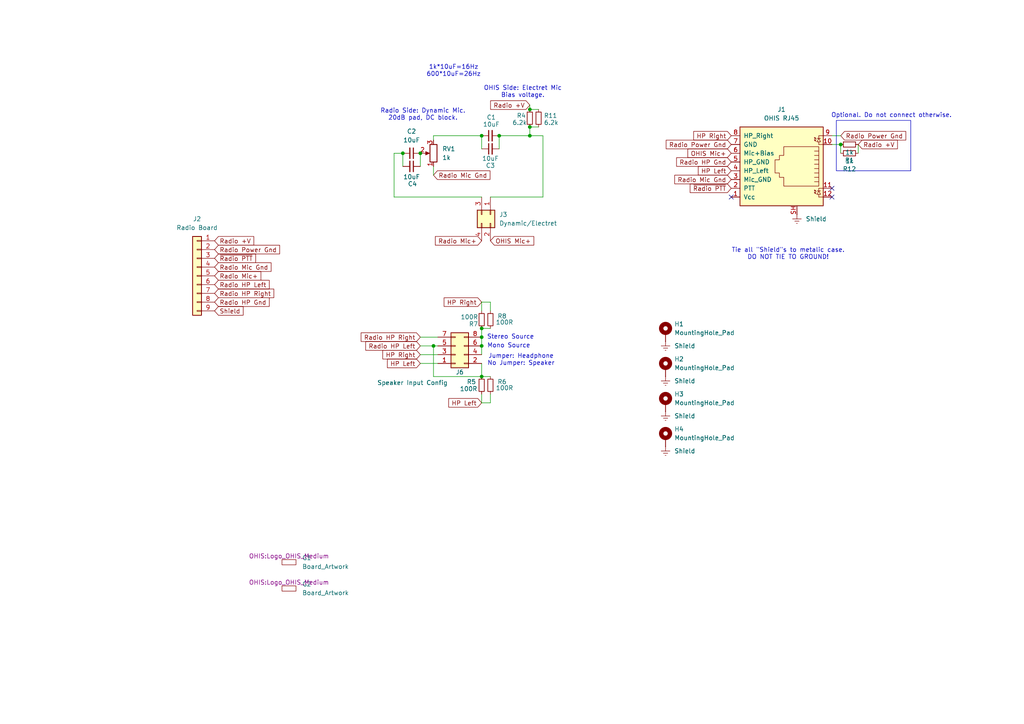
<source format=kicad_sch>
(kicad_sch (version 20231120) (generator "eeschema") (generator_version "8.0")
  (paper "A4")
  (lib_symbols
    (symbol "Connector_Generic:Conn_01x09" (pin_names (offset 1.016) hide)
      (property "Reference" "J" (at 0 12.7 0))
      (property "Value" "Conn_01x09" (at 0 -12.7 0))
      (symbol "Conn_01x09_1_1"
        (rectangle (start -1.27 -10.033) (end 0 -10.287) (stroke (width 0.1524)))
        (rectangle (start -1.27 -7.493) (end 0 -7.747) (stroke (width 0.1524)))
        (rectangle (start -1.27 -4.953) (end 0 -5.207) (stroke (width 0.1524)))
        (rectangle (start -1.27 -2.413) (end 0 -2.667) (stroke (width 0.1524)))
        (rectangle (start -1.27 0.127) (end 0 -0.127) (stroke (width 0.1524)))
        (rectangle (start -1.27 2.667) (end 0 2.413) (stroke (width 0.1524)))
        (rectangle (start -1.27 5.207) (end 0 4.953) (stroke (width 0.1524)))
        (rectangle (start -1.27 7.747) (end 0 7.493) (stroke (width 0.1524)))
        (rectangle (start -1.27 10.287) (end 0 10.033) (stroke (width 0.1524)))
        (rectangle (start -1.27 11.43) (end 1.27 -11.43) (stroke (width 0.254)) (fill (type background)))
        (pin passive line (at -5.08 10.16 0) (length 3.81) (name "Pin_1") (number "1"))
        (pin passive line (at -5.08 7.62 0) (length 3.81) (name "Pin_2") (number "2"))
        (pin passive line (at -5.08 5.08 0) (length 3.81) (name "Pin_3") (number "3"))
        (pin passive line (at -5.08 2.54 0) (length 3.81) (name "Pin_4") (number "4"))
        (pin passive line (at -5.08 0 0) (length 3.81) (name "Pin_5") (number "5"))
        (pin passive line (at -5.08 -2.54 0) (length 3.81) (name "Pin_6") (number "6"))
        (pin passive line (at -5.08 -5.08 0) (length 3.81) (name "Pin_7") (number "7"))
        (pin passive line (at -5.08 -7.62 0) (length 3.81) (name "Pin_8") (number "8"))
        (pin passive line (at -5.08 -10.16 0) (length 3.81) (name "Pin_9") (number "9"))
      )
    )
    (symbol "Connector_Generic:Conn_02x02_Odd_Even" (pin_names (offset 1.016) hide)
      (property "Reference" "J" (at 1.27 2.54 0))
      (property "Value" "Conn_02x02_Odd_Even" (at 1.27 -5.08 0))
      (symbol "Conn_02x02_Odd_Even_1_1"
        (rectangle (start -1.27 -2.413) (end 0 -2.667) (stroke (width 0.1524)))
        (rectangle (start -1.27 0.127) (end 0 -0.127) (stroke (width 0.1524)))
        (rectangle (start -1.27 1.27) (end 3.81 -3.81) (stroke (width 0.254)) (fill (type background)))
        (rectangle (start 3.81 -2.413) (end 2.54 -2.667) (stroke (width 0.1524)))
        (rectangle (start 3.81 0.127) (end 2.54 -0.127) (stroke (width 0.1524)))
        (pin passive line (at -5.08 0 0) (length 3.81) (name "Pin_1") (number "1"))
        (pin passive line (at 7.62 0 180) (length 3.81) (name "Pin_2") (number "2"))
        (pin passive line (at -5.08 -2.54 0) (length 3.81) (name "Pin_3") (number "3"))
        (pin passive line (at 7.62 -2.54 180) (length 3.81) (name "Pin_4") (number "4"))
      )
    )
    (symbol "Connector_Generic:Conn_02x04_Odd_Even" (pin_names (offset 1.016) hide)
      (property "Reference" "J" (at 1.27 5.08 0))
      (property "Value" "Conn_02x04_Odd_Even" (at 1.27 -7.62 0))
      (symbol "Conn_02x04_Odd_Even_1_1"
        (rectangle (start -1.27 -4.953) (end 0 -5.207) (stroke (width 0.1524)))
        (rectangle (start -1.27 -2.413) (end 0 -2.667) (stroke (width 0.1524)))
        (rectangle (start -1.27 0.127) (end 0 -0.127) (stroke (width 0.1524)))
        (rectangle (start -1.27 2.667) (end 0 2.413) (stroke (width 0.1524)))
        (rectangle (start -1.27 3.81) (end 3.81 -6.35) (stroke (width 0.254)) (fill (type background)))
        (rectangle (start 3.81 -4.953) (end 2.54 -5.207) (stroke (width 0.1524)))
        (rectangle (start 3.81 -2.413) (end 2.54 -2.667) (stroke (width 0.1524)))
        (rectangle (start 3.81 0.127) (end 2.54 -0.127) (stroke (width 0.1524)))
        (rectangle (start 3.81 2.667) (end 2.54 2.413) (stroke (width 0.1524)))
        (pin passive line (at -5.08 2.54 0) (length 3.81) (name "Pin_1") (number "1"))
        (pin passive line (at 7.62 2.54 180) (length 3.81) (name "Pin_2") (number "2"))
        (pin passive line (at -5.08 0 0) (length 3.81) (name "Pin_3") (number "3"))
        (pin passive line (at 7.62 0 180) (length 3.81) (name "Pin_4") (number "4"))
        (pin passive line (at -5.08 -2.54 0) (length 3.81) (name "Pin_5") (number "5"))
        (pin passive line (at 7.62 -2.54 180) (length 3.81) (name "Pin_6") (number "6"))
        (pin passive line (at -5.08 -5.08 0) (length 3.81) (name "Pin_7") (number "7"))
        (pin passive line (at 7.62 -5.08 180) (length 3.81) (name "Pin_8") (number "8"))
      )
    )
    (symbol "Device:C_Small" (pin_numbers hide) (pin_names (offset 0.254) hide)
      (property "Reference" "C" (at 0.254 1.778 0))
      (property "Value" "C_Small" (at 0.254 -2.032 0))
      (symbol "C_Small_0_1"
        (polyline (pts (xy -1.524 -0.508) (xy 1.524 -0.508)) (stroke (width 0.3302)))
        (polyline (pts (xy -1.524 0.508) (xy 1.524 0.508)) (stroke (width 0.3048)))
      )
      (symbol "C_Small_1_1"
        (pin passive line (at 0 2.54 270) (length 2.032) (name "~") (number "1"))
        (pin passive line (at 0 -2.54 90) (length 2.032) (name "~") (number "2"))
      )
    )
    (symbol "Device:R_Potentiometer" (pin_names (offset 1.016) hide)
      (property "Reference" "RV" (at -4.445 0 90))
      (property "Value" "R_Potentiometer" (at -2.54 0 90))
      (symbol "R_Potentiometer_0_1"
        (polyline (pts (xy 2.54 0) (xy 1.524 0)))
        (polyline (pts (xy 1.143 0) (xy 2.286 0.508) (xy 2.286 -0.508) (xy 1.143 0)) (fill (type outline)))
        (rectangle (start 1.016 2.54) (end -1.016 -2.54) (stroke (width 0.254)))
      )
      (symbol "R_Potentiometer_1_1"
        (pin passive line (at 0 3.81 270) (length 1.27) (name "1") (number "1"))
        (pin passive line (at 3.81 0 180) (length 1.27) (name "2") (number "2"))
        (pin passive line (at 0 -3.81 90) (length 1.27) (name "3") (number "3"))
      )
    )
    (symbol "Device:R_Small" (pin_numbers hide) (pin_names (offset 0.254) hide)
      (property "Reference" "R" (at 0.762 0.508 0))
      (property "Value" "R_Small" (at 0.762 -1.016 0))
      (symbol "R_Small_0_1"
        (rectangle (start -0.762 1.778) (end 0.762 -1.778) (stroke (width 0.2032)))
      )
      (symbol "R_Small_1_1"
        (pin passive line (at 0 2.54 270) (length 0.762) (name "~") (number "1"))
        (pin passive line (at 0 -2.54 90) (length 0.762) (name "~") (number "2"))
      )
    )
    (symbol "Mechanical:MountingHole_Pad" (pin_numbers hide) (pin_names (offset 1.016) hide) (exclude_from_sim yes) (in_bom no)
      (property "Reference" "H" (at 0 6.35 0))
      (property "Value" "MountingHole_Pad" (at 0 4.445 0))
      (symbol "MountingHole_Pad_0_1"
        (circle (center 0 1.27) (radius 1.27) (stroke (width 1.27)))
      )
      (symbol "MountingHole_Pad_1_1"
        (pin input line (at 0 -2.54 90) (length 2.54) (name "1") (number "1"))
      )
    )
    (symbol "OHIS:Conn_RJ45_OHIS_LED_Shield" (pin_names (offset 1.016))
      (property "Reference" "J" (at -5.08 13.97 0))
      (property "Value" "Conn_RJ45_OHIS_LED_Shield" (at -8.89 17.78 0))
      (symbol "Conn_RJ45_OHIS_LED_Shield_0_1"
        (rectangle (start -7.62 12.7) (end 16.51 -10.16) (stroke (width 0.254)) (fill (type background)))
        (polyline (pts (xy -7.62 -7.62) (xy -6.35 -7.62)))
        (polyline (pts (xy -7.62 -5.08) (xy -6.35 -5.08)))
        (polyline (pts (xy -7.62 7.62) (xy -6.35 7.62)))
        (polyline (pts (xy -7.62 10.16) (xy -6.35 10.16)))
        (polyline (pts (xy -6.858 -5.842) (xy -5.842 -5.842)))
        (polyline (pts (xy -6.858 9.398) (xy -5.842 9.398)))
        (polyline (pts (xy -6.35 -7.62) (xy -6.35 -6.858)))
        (polyline (pts (xy -6.35 -5.08) (xy -6.35 -5.842)))
        (polyline (pts (xy -6.35 7.62) (xy -6.35 8.382)))
        (polyline (pts (xy -6.35 10.16) (xy -6.35 9.398)))
        (polyline (pts (xy -5.08 -6.223) (xy -5.207 -6.604)))
        (polyline (pts (xy -5.08 -5.588) (xy -5.207 -5.969)))
        (polyline (pts (xy -5.08 4.445) (xy -6.35 4.445)))
        (polyline (pts (xy -5.08 5.715) (xy -6.35 5.715)))
        (polyline (pts (xy -5.08 9.017) (xy -5.207 8.636)))
        (polyline (pts (xy -5.08 9.652) (xy -5.207 9.271)))
        (polyline (pts (xy -6.35 -3.175) (xy -5.08 -3.175) (xy -5.08 -3.175)))
        (polyline (pts (xy -6.35 -1.905) (xy -5.08 -1.905) (xy -5.08 -1.905)))
        (polyline (pts (xy -6.35 -0.635) (xy -5.08 -0.635) (xy -5.08 -0.635)))
        (polyline (pts (xy -6.35 0.635) (xy -5.08 0.635) (xy -5.08 0.635)))
        (polyline (pts (xy -6.35 1.905) (xy -5.08 1.905) (xy -5.08 1.905)))
        (polyline (pts (xy -5.588 -6.731) (xy -5.08 -6.223) (xy -5.461 -6.35)))
        (polyline (pts (xy -5.588 -6.096) (xy -5.08 -5.588) (xy -5.461 -5.715)))
        (polyline (pts (xy -5.588 8.509) (xy -5.08 9.017) (xy -5.461 8.89)))
        (polyline (pts (xy -5.588 9.144) (xy -5.08 9.652) (xy -5.461 9.525)))
        (polyline (pts (xy -5.08 3.175) (xy -6.35 3.175) (xy -6.35 3.175)))
        (polyline (pts (xy -6.35 -5.842) (xy -6.858 -6.858) (xy -5.842 -6.858) (xy -6.35 -5.842)))
        (polyline (pts (xy -6.35 9.398) (xy -6.858 8.382) (xy -5.842 8.382) (xy -6.35 9.398)))
        (polyline (pts (xy -6.35 -4.445) (xy -6.35 6.985) (xy 3.81 6.985) (xy 3.81 4.445) (xy 5.08 4.445) (xy 5.08 3.175) (xy 6.35 3.175) (xy 6.35 -0.635) (xy 5.08 -0.635) (xy 5.08 -1.905) (xy 3.81 -1.905) (xy 3.81 -4.445) (xy -6.35 -4.445) (xy -6.35 -4.445)))
      )
      (symbol "Conn_RJ45_OHIS_LED_Shield_1_1"
        (pin passive line (at 19.05 -7.62 180) (length 2.54) (name "Vcc") (number "1"))
        (pin passive line (at -10.16 7.62 0) (length 2.54) (name "~") (number "10"))
        (pin passive line (at -10.16 -5.08 0) (length 2.54) (name "~") (number "11"))
        (pin passive line (at -10.16 -7.62 0) (length 2.54) (name "~") (number "12"))
        (pin passive line (at 19.05 -5.08 180) (length 2.54) (name "PTT") (number "2"))
        (pin passive line (at 19.05 -2.54 180) (length 2.54) (name "Mic_GND") (number "3"))
        (pin passive line (at 19.05 0 180) (length 2.54) (name "HP_Left") (number "4"))
        (pin passive line (at 19.05 2.54 180) (length 2.54) (name "HP_GND") (number "5"))
        (pin passive line (at 19.05 5.08 180) (length 2.54) (name "Mic+Bias") (number "6"))
        (pin passive line (at 19.05 7.62 180) (length 2.54) (name "GND") (number "7"))
        (pin passive line (at 19.05 10.16 180) (length 2.54) (name "HP_Right") (number "8"))
        (pin passive line (at -10.16 10.16 0) (length 2.54) (name "~") (number "9"))
        (pin passive line (at 0 -12.7 90) (length 2.54) (name "~") (number "SH"))
      )
    )
    (symbol "Smitty:Board_Artwork" (in_bom no)
      (property "Reference" "G" (at 0 0 0))
      (property "Value" "Board_Artwork" (at 0 2.032 0))
      (symbol "Board_Artwork_0_1"
        (rectangle (start -2.032 -1.016) (end 2.032 -2.54))
      )
    )
    (symbol "power:Earth" (power) (pin_numbers hide) (pin_names (offset 0) hide)
      (property "Value" "Earth" (at 0 -3.81 0))
      (symbol "Earth_0_1"
        (polyline (pts (xy -0.635 -1.905) (xy 0.635 -1.905)))
        (polyline (pts (xy -0.127 -2.54) (xy 0.127 -2.54)))
        (polyline (pts (xy 0 -1.27) (xy 0 0)))
        (polyline (pts (xy 1.27 -1.27) (xy -1.27 -1.27)))
      )
      (symbol "Earth_1_1"
        (pin power_in line (at 0 0 270) (length 0) (name "~") (number "1"))
      )
    )
  )
  (junction (at 116.84 44.45))
  (junction (at 139.7 97.79))
  (junction (at 139.7 100.33))
  (junction (at 139.7 109.22))
  (junction (at 144.78 39.37))
  (junction (at 153.67 36.83))
  (junction (at 139.7 39.37))
  (junction (at 153.67 31.75))
  (junction (at 121.92 44.45))
  (junction (at 125.73 100.33))
  (junction (at 139.7 95.25))
  (junction (at 243.84 41.91))
  (junction (at 153.67 39.37))
  (no_connect (at 241.3 54.61))
  (no_connect (at 212.09 57.15))
  (no_connect (at 241.3 57.15))
  (wire (pts (xy 142.24 57.15) (xy 157.48 57.15)))
  (wire (pts (xy 139.7 39.37) (xy 139.7 43.18)))
  (wire (pts (xy 121.92 102.87) (xy 127 102.87)))
  (wire (pts (xy 153.67 31.75) (xy 156.21 31.75)))
  (wire (pts (xy 121.92 44.45) (xy 121.92 48.26)))
  (wire (pts (xy 144.78 39.37) (xy 153.67 39.37)))
  (wire (pts (xy 116.84 44.45) (xy 116.84 48.26)))
  (wire (pts (xy 139.7 116.84) (xy 142.24 116.84)))
  (wire (pts (xy 153.67 36.83) (xy 156.21 36.83)))
  (wire (pts (xy 139.7 57.15) (xy 114.3 57.15)))
  (wire (pts (xy 114.3 57.15) (xy 114.3 44.45)))
  (wire (pts (xy 125.73 50.8) (xy 125.73 48.26)))
  (wire (pts (xy 139.7 109.22) (xy 125.73 109.22)))
  (wire (pts (xy 243.84 41.91) (xy 241.3 41.91)))
  (wire (pts (xy 139.7 100.33) (xy 139.7 97.79)))
  (wire (pts (xy 121.92 97.79) (xy 127 97.79)))
  (wire (pts (xy 243.84 39.37) (xy 241.3 39.37)))
  (wire (pts (xy 139.7 116.84) (xy 139.7 114.3)))
  (wire (pts (xy 139.7 105.41) (xy 139.7 109.22)))
  (wire (pts (xy 114.3 44.45) (xy 116.84 44.45)))
  (wire (pts (xy 142.24 116.84) (xy 142.24 114.3)))
  (wire (pts (xy 125.73 39.37) (xy 139.7 39.37)))
  (wire (pts (xy 125.73 39.37) (xy 125.73 40.64)))
  (wire (pts (xy 153.67 30.48) (xy 153.67 31.75)))
  (wire (pts (xy 139.7 97.79) (xy 139.7 95.25)))
  (wire (pts (xy 121.92 105.41) (xy 127 105.41)))
  (wire (pts (xy 139.7 109.22) (xy 142.24 109.22)))
  (wire (pts (xy 157.48 57.15) (xy 157.48 39.37)))
  (wire (pts (xy 125.73 109.22) (xy 125.73 100.33)))
  (wire (pts (xy 121.92 100.33) (xy 125.73 100.33)))
  (wire (pts (xy 139.7 95.25) (xy 142.24 95.25)))
  (wire (pts (xy 153.67 39.37) (xy 157.48 39.37)))
  (wire (pts (xy 125.73 100.33) (xy 127 100.33)))
  (wire (pts (xy 243.84 41.91) (xy 243.84 44.45)))
  (wire (pts (xy 139.7 87.63) (xy 142.24 87.63)))
  (wire (pts (xy 144.78 39.37) (xy 144.78 43.18)))
  (wire (pts (xy 142.24 87.63) (xy 142.24 90.17)))
  (wire (pts (xy 248.92 41.91) (xy 248.92 44.45)))
  (wire (pts (xy 153.67 36.83) (xy 153.67 39.37)))
  (wire (pts (xy 139.7 102.87) (xy 139.7 100.33)))
  (wire (pts (xy 139.7 87.63) (xy 139.7 90.17)))
  (rectangle (start 242.57 34.925) (end 264.16 49.53))
  (text "Stereo Source" (at 148.082 97.79 0) (effects (font (size 1.27 1.27))))
  (text "OHIS Side: Electret Mic\nBias voltage." (at 151.638 26.67 0) (effects (font (size 1.27 1.27))))
  (text "Mono Source" (at 147.574 100.33 0) (effects (font (size 1.27 1.27))))
  (text "Radio Side: Dynamic Mic.\n20dB pad, DC block." (at 122.682 33.274 0) (effects (font (size 1.27 1.27))))
  (text "Tie all \"Shield\"s to metalic case.\nDO NOT TIE TO GROUND!" (at 228.6 73.66 0) (effects (font (size 1.27 1.27))))
  (text "1k*10uF=16Hz\n600*10uF=26Hz" (at 131.572 20.574 0) (effects (font (size 1.27 1.27))))
  (text "Jumper: Headphone\nNo Jumper: Speaker" (at 151.13 104.394 0) (effects (font (size 1.27 1.27))))
  (text "Optional. Do not connect otherwise." (at 258.572 33.528 0) (effects (font (size 1.27 1.27))))
  (global_label "Radio Mic Gnd" (shape input) (at 212.09 52.07 180) (property "Intersheetrefs" "${INTERSHEET_REFS}" (effects (hide yes))))
  (global_label "Radio HP Right" (shape input) (at 121.92 97.79 180) (property "Intersheetrefs" "${INTERSHEET_REFS}" (effects (hide yes))))
  (global_label "~{Radio PTT}" (shape input) (at 212.09 54.61 180) (property "Intersheetrefs" "${INTERSHEET_REFS}" (effects (hide yes))))
  (global_label "OHIS Mic+" (shape input) (at 212.09 44.45 180) (property "Intersheetrefs" "${INTERSHEET_REFS}" (effects (hide yes))))
  (global_label "Radio +V" (shape input) (at 153.67 30.48 180) (property "Intersheetrefs" "${INTERSHEET_REFS}" (effects (hide yes))))
  (global_label "Radio Mic+" (shape input) (at 62.23 80.01 0) (property "Intersheetrefs" "${INTERSHEET_REFS}" (effects (hide yes))))
  (global_label "HP Right" (shape input) (at 212.09 39.37 180) (property "Intersheetrefs" "${INTERSHEET_REFS}" (effects (hide yes))))
  (global_label "Shield" (shape input) (at 62.23 90.17 0) (property "Intersheetrefs" "${INTERSHEET_REFS}" (effects (hide yes))))
  (global_label "Radio +V" (shape input) (at 248.92 41.91 0) (property "Intersheetrefs" "${INTERSHEET_REFS}" (effects (hide yes))))
  (global_label "Radio Mic+" (shape input) (at 139.7 69.85 180) (property "Intersheetrefs" "${INTERSHEET_REFS}" (effects (hide yes))))
  (global_label "Radio HP Gnd" (shape input) (at 62.23 87.63 0) (property "Intersheetrefs" "${INTERSHEET_REFS}" (effects (hide yes))))
  (global_label "~{Radio PTT}" (shape input) (at 62.23 74.93 0) (property "Intersheetrefs" "${INTERSHEET_REFS}" (effects (hide yes))))
  (global_label "Radio +V" (shape input) (at 62.23 69.85 0) (property "Intersheetrefs" "${INTERSHEET_REFS}" (effects (hide yes))))
  (global_label "Radio HP Right" (shape input) (at 62.23 85.09 0) (property "Intersheetrefs" "${INTERSHEET_REFS}" (effects (hide yes))))
  (global_label "Radio Power Gnd" (shape input) (at 62.23 72.39 0) (property "Intersheetrefs" "${INTERSHEET_REFS}" (effects (hide yes))))
  (global_label "OHIS Mic+" (shape input) (at 142.24 69.85 0) (property "Intersheetrefs" "${INTERSHEET_REFS}" (effects (hide yes))))
  (global_label "HP Left" (shape input) (at 121.92 105.41 180) (property "Intersheetrefs" "${INTERSHEET_REFS}" (effects (hide yes))))
  (global_label "Radio HP Left" (shape input) (at 121.92 100.33 180) (property "Intersheetrefs" "${INTERSHEET_REFS}" (effects (hide yes))))
  (global_label "Radio Power Gnd" (shape input) (at 243.84 39.37 0) (property "Intersheetrefs" "${INTERSHEET_REFS}" (effects (hide yes))))
  (global_label "Radio HP Left" (shape input) (at 62.23 82.55 0) (property "Intersheetrefs" "${INTERSHEET_REFS}" (effects (hide yes))))
  (global_label "Radio HP Gnd" (shape input) (at 212.09 46.99 180) (property "Intersheetrefs" "${INTERSHEET_REFS}" (effects (hide yes))))
  (global_label "Radio Mic Gnd" (shape input) (at 62.23 77.47 0) (property "Intersheetrefs" "${INTERSHEET_REFS}" (effects (hide yes))))
  (global_label "HP Left" (shape input) (at 212.09 49.53 180) (property "Intersheetrefs" "${INTERSHEET_REFS}" (effects (hide yes))))
  (global_label "Radio Power Gnd" (shape input) (at 212.09 41.91 180) (property "Intersheetrefs" "${INTERSHEET_REFS}" (effects (hide yes))))
  (global_label "Radio Mic Gnd" (shape input) (at 125.73 50.8 0) (property "Intersheetrefs" "${INTERSHEET_REFS}" (effects (hide yes))))
  (global_label "HP Left" (shape input) (at 139.7 116.84 180) (property "Intersheetrefs" "${INTERSHEET_REFS}" (effects (hide yes))))
  (global_label "HP Right" (shape input) (at 139.7 87.63 180) (property "Intersheetrefs" "${INTERSHEET_REFS}" (effects (hide yes))))
  (global_label "HP Right" (shape input) (at 121.92 102.87 180) (property "Intersheetrefs" "${INTERSHEET_REFS}" (effects (hide yes))))
  (symbol (lib_id "Device:R_Small") (at 156.21 34.29 0) (unit 1)
    (property "Reference" "R11" (at 157.734 33.528 0) (effects (justify left)))
    (property "Value" "6.2k" (at 157.734 35.56 0) (effects (justify left)))
    (property "Footprint" "Resistor_SMD:R_1206_3216Metric" (effects (hide yes)))
    (property "Description" "Resistor, small symbol" (effects (hide yes)))
  )
  (symbol (lib_id "Device:R_Potentiometer") (at 125.73 44.45 180) (unit 1)
    (property "Reference" "RV1" (at 128.27 43.1799 0) (effects (justify right)))
    (property "Value" "1k" (at 128.27 45.7199 0) (effects (justify right)))
    (property "Footprint" "Potentiometer_THT:Potentiometer_Piher_PT-6-H_Horizontal" (effects (hide yes)))
    (property "Description" "Potentiometer" (effects (hide yes)))
  )
  (symbol (lib_id "power:Earth") (at 193.04 129.54 0) (unit 1)
    (property "Reference" "#PWR06" (effects (hide yes)))
    (property "Value" "Shield" (at 195.58 130.8099 0) (effects (justify left)))
    (property "Description" "Power symbol creates a global label with name \"Earth\"" (effects (hide yes)))
  )
  (symbol (lib_id "Mechanical:MountingHole_Pad") (at 193.04 106.68 0) (unit 1) (exclude_from_sim yes) (in_bom no)
    (property "Reference" "H2" (at 195.58 104.1399 0) (effects (justify left)))
    (property "Value" "MountingHole_Pad" (at 195.58 106.6799 0) (effects (justify left)))
    (property "Footprint" "MountingHole:MountingHole_3.2mm_M3_Pad" (effects (hide yes)))
    (property "Description" "Mounting Hole with connection" (effects (hide yes)))
  )
  (symbol (lib_id "OHIS:Conn_RJ45_OHIS_LED_Shield") (at 231.14 49.53 0) (mirror y) (unit 1)
    (property "Reference" "J1" (at 226.695 31.75 0))
    (property "Value" "OHIS RJ45" (at 226.695 34.29 0))
    (property "Footprint" "Connector_RJ:RJ45_Amphenol_RJHSE538X" (effects (hide yes)))
    (property "Description" "RJ connector, 8P8C (8 positions 8 connected), two LEDs, RJ45, Shielded" (effects (hide yes)))
  )
  (symbol (lib_id "Device:C_Small") (at 142.24 43.18 90) (unit 1)
    (property "Reference" "C3" (at 142.24 48.006 90))
    (property "Value" "10uF" (at 142.24 45.974 90))
    (property "Footprint" "Capacitor_SMD:C_1206_3216Metric" (effects (hide yes)))
    (property "Description" "Unpolarized capacitor, small symbol" (effects (hide yes)))
  )
  (symbol (lib_id "Device:C_Small") (at 119.38 48.26 270) (unit 1)
    (property "Reference" "C4" (at 119.634 53.34 90))
    (property "Value" "10uF" (at 119.38 51.308 90))
    (property "Footprint" "Capacitor_SMD:C_1206_3216Metric" (effects (hide yes)))
    (property "Description" "Unpolarized capacitor, small symbol" (effects (hide yes)))
  )
  (symbol (lib_id "Connector_Generic:Conn_02x04_Odd_Even") (at 132.08 102.87 0) (mirror x) (unit 1)
    (property "Reference" "J6" (at 133.35 107.95 0))
    (property "Value" "Speaker Input Config" (at 119.634 110.998 0))
    (property "Footprint" "Connector_PinHeader_2.54mm:PinHeader_2x04_P2.54mm_Horizontal" (effects (hide yes)))
    (property "Description" "Generic connector, double row, 02x04, odd/even pin numbering scheme (row 1 odd numbers, row 2 even numbers), script generated (kicad-library-utils/schlib/autogen/connector/)" (effects (hide yes)))
    (property "LCSC" "C9139" (effects (hide yes)))
  )
  (symbol (lib_id "Device:R_Small") (at 139.7 111.76 180) (unit 1)
    (property "Reference" "R5" (at 135.382 110.744 0) (effects (justify right)))
    (property "Value" "100R" (at 133.35 112.776 0) (effects (justify right)))
    (property "Footprint" "Resistor_SMD:R_1206_3216Metric" (effects (hide yes)))
    (property "Description" "Resistor, small symbol" (effects (hide yes)))
  )
  (symbol (lib_id "Device:R_Small") (at 153.67 34.29 0) (unit 1)
    (property "Reference" "R4" (at 149.86 33.528 0) (effects (justify left)))
    (property "Value" "6.2k" (at 148.59 35.56 0) (effects (justify left)))
    (property "Footprint" "Resistor_THT:R_Axial_DIN0207_L6.3mm_D2.5mm_P7.62mm_Horizontal" (effects (hide yes)))
    (property "Description" "Resistor, small symbol" (effects (hide yes)))
  )
  (symbol (lib_id "Mechanical:MountingHole_Pad") (at 193.04 127 0) (unit 1) (exclude_from_sim yes) (in_bom no)
    (property "Reference" "H4" (at 195.58 124.4599 0) (effects (justify left)))
    (property "Value" "MountingHole_Pad" (at 195.58 126.9999 0) (effects (justify left)))
    (property "Footprint" "MountingHole:MountingHole_3.2mm_M3_Pad" (effects (hide yes)))
    (property "Description" "Mounting Hole with connection" (effects (hide yes)))
  )
  (symbol (lib_id "Mechanical:MountingHole_Pad") (at 193.04 116.84 0) (unit 1) (exclude_from_sim yes) (in_bom no)
    (property "Reference" "H3" (at 195.58 114.2999 0) (effects (justify left)))
    (property "Value" "MountingHole_Pad" (at 195.58 116.8399 0) (effects (justify left)))
    (property "Footprint" "MountingHole:MountingHole_3.2mm_M3_Pad" (effects (hide yes)))
    (property "Description" "Mounting Hole with connection" (effects (hide yes)))
  )
  (symbol (lib_id "Smitty:Board_Artwork") (at 83.82 168.91 0) (unit 1) (in_bom no)
    (property "Reference" "G2" (at 87.63 169.4179 0) (effects (justify left)))
    (property "Value" "Board_Artwork" (at 87.63 171.9579 0) (effects (justify left)))
    (property "Footprint" "OHIS:Logo_OHIS_Medium" (at 83.82 168.91 0))
  )
  (symbol (lib_id "Device:R_Small") (at 139.7 92.71 0) (unit 1)
    (property "Reference" "R7" (at 138.684 93.98 0) (effects (justify right)))
    (property "Value" "100R" (at 138.684 91.948 0) (effects (justify right)))
    (property "Footprint" "Resistor_SMD:R_1206_3216Metric" (effects (hide yes)))
    (property "Description" "Resistor, small symbol" (effects (hide yes)))
  )
  (symbol (lib_id "Connector_Generic:Conn_01x09") (at 57.15 80.01 0) (mirror y) (unit 1)
    (property "Reference" "J2" (at 57.15 63.5 0))
    (property "Value" "Radio Board" (at 57.15 66.04 0))
    (property "Footprint" "Libraries:Conn_B2B-RA_2.54mm_9pin_LtoR" (effects (hide yes)))
    (property "Description" "Generic connector, single row, 01x09, script generated (kicad-library-utils/schlib/autogen/connector/)" (effects (hide yes)))
  )
  (symbol (lib_id "Device:C_Small") (at 142.24 39.37 90) (unit 1)
    (property "Reference" "C1" (at 142.494 34.036 90))
    (property "Value" "10uF" (at 142.494 36.068 90))
    (property "Footprint" "Capacitor_THT:C_Disc_D4.7mm_W2.5mm_P5.00mm" (effects (hide yes)))
    (property "Description" "Unpolarized capacitor, small symbol" (effects (hide yes)))
  )
  (symbol (lib_id "Device:R_Small") (at 246.38 44.45 270) (unit 1)
    (property "Reference" "R12" (at 246.38 49.022 90))
    (property "Value" "1k" (at 246.38 46.736 90))
    (property "Footprint" "Resistor_SMD:R_1206_3216Metric" (effects (hide yes)))
    (property "Description" "Resistor, small symbol" (effects (hide yes)))
  )
  (symbol (lib_id "power:Earth") (at 193.04 119.38 0) (unit 1)
    (property "Reference" "#PWR05" (effects (hide yes)))
    (property "Value" "Shield" (at 195.58 120.6499 0) (effects (justify left)))
    (property "Description" "Power symbol creates a global label with name \"Earth\"" (effects (hide yes)))
  )
  (symbol (lib_id "power:Earth") (at 193.04 99.06 0) (unit 1)
    (property "Reference" "#PWR03" (effects (hide yes)))
    (property "Value" "Shield" (at 195.58 100.3299 0) (effects (justify left)))
    (property "Description" "Power symbol creates a global label with name \"Earth\"" (effects (hide yes)))
  )
  (symbol (lib_id "Smitty:Board_Artwork") (at 83.82 161.29 0) (unit 1) (in_bom no)
    (property "Reference" "G1" (at 87.63 161.7979 0) (effects (justify left)))
    (property "Value" "Board_Artwork" (at 87.63 164.3379 0) (effects (justify left)))
    (property "Footprint" "OHIS:Logo_OHIS_Medium" (at 83.82 161.29 0))
  )
  (symbol (lib_id "Device:R_Small") (at 142.24 111.76 180) (unit 1)
    (property "Reference" "R6" (at 144.272 110.744 0) (effects (justify right)))
    (property "Value" "100R" (at 143.764 112.522 0) (effects (justify right)))
    (property "Footprint" "Resistor_THT:R_Axial_DIN0207_L6.3mm_D2.5mm_P7.62mm_Horizontal" (effects (hide yes)))
    (property "Description" "Resistor, small symbol" (effects (hide yes)))
  )
  (symbol (lib_id "Device:R_Small") (at 142.24 92.71 180) (unit 1)
    (property "Reference" "R8" (at 144.272 91.694 0) (effects (justify right)))
    (property "Value" "100R" (at 143.764 93.472 0) (effects (justify right)))
    (property "Footprint" "Resistor_THT:R_Axial_DIN0207_L6.3mm_D2.5mm_P7.62mm_Horizontal" (effects (hide yes)))
    (property "Description" "Resistor, small symbol" (effects (hide yes)))
  )
  (symbol (lib_id "Connector_Generic:Conn_02x02_Odd_Even") (at 142.24 62.23 270) (unit 1)
    (property "Reference" "J3" (at 144.78 62.2299 90) (effects (justify left)))
    (property "Value" "Dynamic/Electret" (at 144.78 64.7699 90) (effects (justify left)))
    (property "Footprint" "Connector_PinHeader_2.54mm:PinHeader_2x02_P2.54mm_Horizontal" (effects (hide yes)))
    (property "Description" "Generic connector, double row, 02x02, odd/even pin numbering scheme (row 1 odd numbers, row 2 even numbers), script generated (kicad-library-utils/schlib/autogen/connector/)" (effects (hide yes)))
  )
  (symbol (lib_id "power:Earth") (at 193.04 109.22 0) (unit 1)
    (property "Reference" "#PWR04" (effects (hide yes)))
    (property "Value" "Shield" (at 195.58 110.4899 0) (effects (justify left)))
    (property "Description" "Power symbol creates a global label with name \"Earth\"" (effects (hide yes)))
  )
  (symbol (lib_id "Mechanical:MountingHole_Pad") (at 193.04 96.52 0) (unit 1) (exclude_from_sim yes) (in_bom no)
    (property "Reference" "H1" (at 195.58 93.9799 0) (effects (justify left)))
    (property "Value" "MountingHole_Pad" (at 195.58 96.5199 0) (effects (justify left)))
    (property "Footprint" "MountingHole:MountingHole_3.2mm_M3_Pad" (effects (hide yes)))
    (property "Description" "Mounting Hole with connection" (effects (hide yes)))
  )
  (symbol (lib_id "power:Earth") (at 231.14 62.23 0) (unit 1)
    (property "Reference" "#PWR02" (effects (hide yes)))
    (property "Value" "Shield" (at 233.68 63.4999 0) (effects (justify left)))
    (property "Description" "Power symbol creates a global label with name \"Earth\"" (effects (hide yes)))
  )
  (symbol (lib_id "Device:C_Small") (at 119.38 44.45 270) (unit 1)
    (property "Reference" "C2" (at 119.3736 38.1 90))
    (property "Value" "10uF" (at 119.3736 40.64 90))
    (property "Footprint" "Capacitor_THT:C_Disc_D4.7mm_W2.5mm_P5.00mm" (effects (hide yes)))
    (property "Description" "Unpolarized capacitor, small symbol" (effects (hide yes)))
  )
  (symbol (lib_id "Device:R_Small") (at 246.38 41.91 270) (unit 1)
    (property "Reference" "R1" (at 246.38 46.482 90))
    (property "Value" "1k" (at 246.38 44.196 90))
    (property "Footprint" "Resistor_THT:R_Axial_DIN0207_L6.3mm_D2.5mm_P7.62mm_Horizontal" (effects (hide yes)))
    (property "Description" "Resistor, small symbol" (effects (hide yes)))
  )
)
</source>
